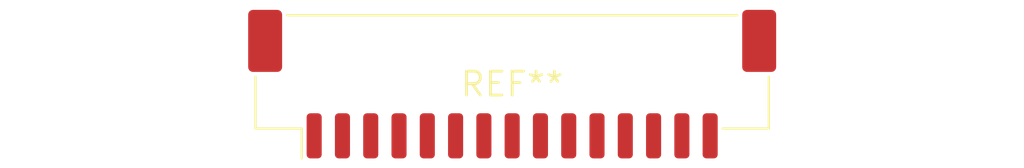
<source format=kicad_pcb>
(kicad_pcb (version 20240108) (generator pcbnew)
  (layers (0 "F.Cu" signal) (31 "B.Cu" signal) (34 "B.Paste" user) (35 "F.Paste" user) (36 "B.SilkS" user "B.Silkscreen") (37 "F.SilkS" user "F.Silkscreen") (38 "B.Mask" user) (39 "F.Mask" user) (44 "Edge.Cuts" user))
  (net 0 "")
  (footprint "JST_ZE_BM15B-ZESS-TBT_1x15-1MP_P1.50mm_Vertical" (layer "F.Cu") (at 0 0)
    (property "Reference" "REF**")
    (property "Value" "JST_ZE_BM15B-ZESS-TBT_1x15-1MP_P1.50mm_Vertical")
    (fp_line (start -13.61 -0.39) (end -13.61 2.36) (layer "F.SilkS") (stroke (width 0.12)))
    (fp_line (start -13.61 2.36) (end -11.16 2.36) (layer "F.SilkS") (stroke (width 0.12)))
    (fp_line (start -11.94 -3.66) (end 11.94 -3.66) (layer "F.SilkS") (stroke (width 0.12)))
    (fp_line (start -11.16 2.36) (end -11.16 3.95) (layer "F.SilkS") (stroke (width 0.12)))
    (fp_line (start 13.61 -0.39) (end 13.61 2.36) (layer "F.SilkS") (stroke (width 0.12)))
    (fp_line (start 13.61 2.36) (end 11.16 2.36) (layer "F.SilkS") (stroke (width 0.12)))
    (pad "1" smd roundrect (at -10.5 2.75) (size 0.8 2.4) (layers "F.Cu" "F.Paste" "F.Mask"))
    (pad "2" smd roundrect (at -9 2.75) (size 0.8 2.4) (layers "F.Cu" "F.Paste" "F.Mask"))
    (pad "3" smd roundrect (at -7.5 2.75) (size 0.8 2.4) (layers "F.Cu" "F.Paste" "F.Mask"))
    (pad "4" smd roundrect (at -6 2.75) (size 0.8 2.4) (layers "F.Cu" "F.Paste" "F.Mask"))
    (pad "5" smd roundrect (at -4.5 2.75) (size 0.8 2.4) (layers "F.Cu" "F.Paste" "F.Mask"))
    (pad "6" smd roundrect (at -3 2.75) (size 0.8 2.4) (layers "F.Cu" "F.Paste" "F.Mask"))
    (pad "7" smd roundrect (at -1.5 2.75) (size 0.8 2.4) (layers "F.Cu" "F.Paste" "F.Mask"))
    (pad "8" smd roundrect (at 0 2.75) (size 0.8 2.4) (layers "F.Cu" "F.Paste" "F.Mask"))
    (pad "9" smd roundrect (at 1.5 2.75) (size 0.8 2.4) (layers "F.Cu" "F.Paste" "F.Mask"))
    (pad "10" smd roundrect (at 3 2.75) (size 0.8 2.4) (layers "F.Cu" "F.Paste" "F.Mask"))
    (pad "11" smd roundrect (at 4.5 2.75) (size 0.8 2.4) (layers "F.Cu" "F.Paste" "F.Mask"))
    (pad "12" smd roundrect (at 6 2.75) (size 0.8 2.4) (layers "F.Cu" "F.Paste" "F.Mask"))
    (pad "13" smd roundrect (at 7.5 2.75) (size 0.8 2.4) (layers "F.Cu" "F.Paste" "F.Mask"))
    (pad "14" smd roundrect (at 9 2.75) (size 0.8 2.4) (layers "F.Cu" "F.Paste" "F.Mask"))
    (pad "15" smd roundrect (at 10.5 2.75) (size 0.8 2.4) (layers "F.Cu" "F.Paste" "F.Mask"))
    (pad "MP" smd roundrect (at -13.1 -2.3) (size 1.8 3.3) (layers "F.Cu" "F.Paste" "F.Mask") (roundrect_rratio 0.138889))
    (pad "MP" smd roundrect (at 13.1 -2.3) (size 1.8 3.3) (layers "F.Cu" "F.Paste" "F.Mask") (roundrect_rratio 0.138889))
  )
)
</source>
